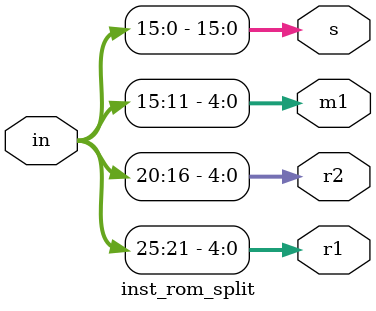
<source format=v>
`timescale 1ns / 1ps


module inst_rom_split(
    input [31:0] in,
    output [4:0] r1, r2, m1,
    output [15:0] s
    );

assign r1 = in[25:21];
assign r2 = in[20:16];
assign m1 = in[15:11];
assign s  = in[15:0];


endmodule

</source>
